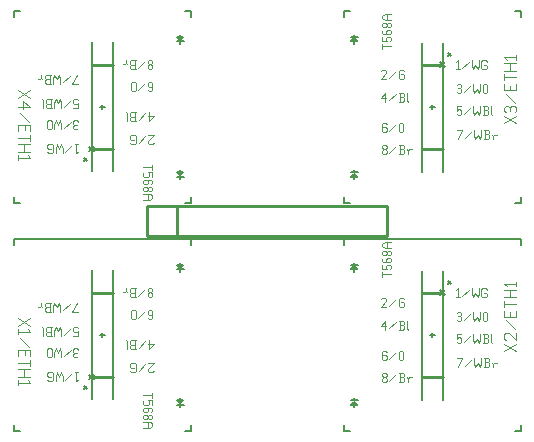
<source format=gbr>
G04 start of page 8 for group -4079 idx -4079 *
G04 Title: (unknown), topsilk *
G04 Creator: pcb 4.2.0 *
G04 CreationDate: Sat Jun 20 18:17:49 2020 UTC *
G04 For: commonadmin *
G04 Format: Gerber/RS-274X *
G04 PCB-Dimensions (mil): 2000.00 2000.00 *
G04 PCB-Coordinate-Origin: lower left *
%MOIN*%
%FSLAX25Y25*%
%LNTOPSILK*%
%ADD55C,0.0040*%
%ADD54C,0.0100*%
%ADD53C,0.0030*%
%ADD52C,0.0060*%
G54D52*X147742Y175227D02*X149317Y176802D01*
Y175227D02*X147742Y176802D01*
X5500Y118000D02*X174500D01*
X32258Y72742D02*X30683Y71167D01*
Y72742D02*X32258Y71167D01*
Y148742D02*X30683Y147167D01*
Y148742D02*X32258Y147167D01*
X147742Y99227D02*X149317Y100802D01*
Y99227D02*X147742Y100802D01*
G54D53*X51626Y142580D02*Y141080D01*
X48626Y141830D02*X51626D01*
Y140180D02*Y138680D01*
X50126Y140180D02*X51626D01*
X50126D02*X50501Y139805D01*
Y139055D01*
X50126Y138680D01*
X49001D02*X50126D01*
X48626Y139055D02*X49001Y138680D01*
X48626Y139805D02*Y139055D01*
X49001Y140180D02*X48626Y139805D01*
X51626Y136655D02*X51251Y136280D01*
X51626Y137405D02*Y136655D01*
X51251Y137780D02*X51626Y137405D01*
X49001Y137780D02*X51251D01*
X49001D02*X48626Y137405D01*
X50276Y136655D02*X49901Y136280D01*
X50276Y137780D02*Y136655D01*
X48626Y137405D02*Y136655D01*
X49001Y136280D01*
X49901D01*
X49001Y135380D02*X48626Y135005D01*
X49001Y135380D02*X49601D01*
X50126Y134855D01*
Y134405D01*
X49601Y133880D01*
X49001D02*X49601D01*
X48626Y134255D02*X49001Y133880D01*
X48626Y135005D02*Y134255D01*
X50651Y135380D02*X50126Y134855D01*
X50651Y135380D02*X51251D01*
X51626Y135005D01*
Y134255D01*
X51251Y133880D01*
X50651D02*X51251D01*
X50126Y134405D02*X50651Y133880D01*
X48626Y132980D02*X50876D01*
X51626Y132455D01*
Y131630D01*
X50876Y131105D01*
X48626D02*X50876D01*
X50126Y132980D02*Y131105D01*
X52120Y149945D02*X51745Y149570D01*
X50620D02*X51745D01*
X50620D02*X50245Y149945D01*
Y150695D02*Y149945D01*
X52120Y152570D02*X50245Y150695D01*
Y152570D02*X52120D01*
X49345Y152195D02*X47095Y149945D01*
X44695Y149570D02*X44320Y149945D01*
X44695Y149570D02*X45820D01*
X46195Y149945D02*X45820Y149570D01*
X46195Y152195D02*Y149945D01*
Y152195D02*X45820Y152570D01*
X44695D02*X45820D01*
X44695D02*X44320Y152195D01*
Y151445D01*
X44695Y151070D02*X44320Y151445D01*
X44695Y151070D02*X45445D01*
X52120Y159103D02*X50620Y157228D01*
X50245Y159103D02*X52120D01*
X50620Y160228D02*Y157228D01*
X49345Y159853D02*X47095Y157603D01*
X44695Y160228D02*X46195D01*
X44695D02*X44320Y159853D01*
Y158953D01*
X44695Y158578D02*X44320Y158953D01*
X44695Y158578D02*X45820D01*
Y160228D02*Y157228D01*
X44695D02*X46195D01*
X44695D02*X44320Y157603D01*
Y158203D02*Y157603D01*
X44695Y158578D02*X44320Y158203D01*
X43420Y159853D02*Y157228D01*
Y159853D02*X43045Y160228D01*
X50602Y167385D02*X50227Y167760D01*
X50602Y167385D02*X51352D01*
X51727Y167760D02*X51352Y167385D01*
X51727Y170010D02*Y167760D01*
Y170010D02*X51352Y170385D01*
X50602Y168735D02*X50227Y169110D01*
X50602Y168735D02*X51727D01*
X50602Y170385D02*X51352D01*
X50602D02*X50227Y170010D01*
Y169110D01*
X49327Y170010D02*X47077Y167760D01*
X46177Y170010D02*Y167760D01*
X45802Y167385D01*
X45052D02*X45802D01*
X45052D02*X44677Y167760D01*
Y170010D02*Y167760D01*
X45052Y170385D02*X44677Y170010D01*
X45052Y170385D02*X45802D01*
X46177Y170010D02*X45802Y170385D01*
X51727Y177274D02*X51352Y177649D01*
X51727Y177274D02*Y176674D01*
X51202Y176149D01*
X50752D02*X51202D01*
X50752D02*X50227Y176674D01*
Y177274D02*Y176674D01*
X50602Y177649D02*X50227Y177274D01*
X50602Y177649D02*X51352D01*
X51727Y175624D02*X51202Y176149D01*
X51727Y175624D02*Y175024D01*
X51352Y174649D01*
X50602D02*X51352D01*
X50602D02*X50227Y175024D01*
Y175624D02*Y175024D01*
X50752Y176149D02*X50227Y175624D01*
X49327Y177274D02*X47077Y175024D01*
X44677Y177649D02*X46177D01*
X44677D02*X44302Y177274D01*
Y176374D01*
X44677Y175999D02*X44302Y176374D01*
X44677Y175999D02*X45802D01*
Y177649D02*Y174649D01*
X44677D02*X46177D01*
X44677D02*X44302Y175024D01*
Y175624D02*Y175024D01*
X44677Y175999D02*X44302Y175624D01*
X43027Y177649D02*Y176524D01*
X42652Y176149D01*
X41902D02*X42652D01*
X43402D02*X43027Y176524D01*
X26943Y71100D02*X26343Y70500D01*
Y73500D02*Y70500D01*
X25818Y73500D02*X26943D01*
X24918Y73125D02*X22668Y70875D01*
X21768Y72000D02*Y70500D01*
Y72000D02*X21393Y73500D01*
X20643Y72000D01*
X19893Y73500D01*
X19518Y72000D01*
Y70500D01*
X17118D02*X16743Y70875D01*
X17118Y70500D02*X18243D01*
X18618Y70875D02*X18243Y70500D01*
X18618Y73125D02*Y70875D01*
Y73125D02*X18243Y73500D01*
X17118D02*X18243D01*
X17118D02*X16743Y73125D01*
Y72375D01*
X17118Y72000D02*X16743Y72375D01*
X17118Y72000D02*X17868D01*
X26884Y78827D02*X26509Y78452D01*
X25759D02*X26509D01*
X25759D02*X25384Y78827D01*
X25759Y81452D02*X25384Y81077D01*
X25759Y81452D02*X26509D01*
X26884Y81077D02*X26509Y81452D01*
X25759Y79802D02*X26509D01*
X25384Y79427D02*Y78827D01*
Y81077D02*Y80177D01*
X25759Y79802D01*
X25384Y79427D02*X25759Y79802D01*
X24484Y81077D02*X22234Y78827D01*
X21334Y79952D02*Y78452D01*
Y79952D02*X20959Y81452D01*
X20209Y79952D01*
X19459Y81452D01*
X19084Y79952D01*
Y78452D01*
X18184Y81077D02*Y78827D01*
X17809Y78452D01*
X17059D02*X17809D01*
X17059D02*X16684Y78827D01*
Y81077D02*Y78827D01*
X17059Y81452D02*X16684Y81077D01*
X17059Y81452D02*X17809D01*
X18184Y81077D02*X17809Y81452D01*
X25384Y85716D02*X26884D01*
Y87216D02*Y85716D01*
Y87216D02*X26509Y86841D01*
X25759D02*X26509D01*
X25759D02*X25384Y87216D01*
Y88341D02*Y87216D01*
X25759Y88716D02*X25384Y88341D01*
X25759Y88716D02*X26509D01*
X26884Y88341D02*X26509Y88716D01*
X24484Y88341D02*X22234Y86091D01*
X21334Y87216D02*Y85716D01*
Y87216D02*X20959Y88716D01*
X20209Y87216D01*
X19459Y88716D01*
X19084Y87216D01*
Y85716D01*
X16684Y88716D02*X18184D01*
X16684D02*X16309Y88341D01*
Y87441D01*
X16684Y87066D02*X16309Y87441D01*
X16684Y87066D02*X17809D01*
Y88716D02*Y85716D01*
X16684D02*X18184D01*
X16684D02*X16309Y86091D01*
Y86691D02*Y86091D01*
X16684Y87066D02*X16309Y86691D01*
X15409Y88341D02*Y85716D01*
Y88341D02*X15034Y88716D01*
X51626Y66580D02*Y65080D01*
X48626Y65830D02*X51626D01*
Y64180D02*Y62680D01*
X50126Y64180D02*X51626D01*
X50126D02*X50501Y63805D01*
Y63055D01*
X50126Y62680D01*
X49001D02*X50126D01*
X48626Y63055D02*X49001Y62680D01*
X48626Y63805D02*Y63055D01*
X49001Y64180D02*X48626Y63805D01*
X51626Y60655D02*X51251Y60280D01*
X51626Y61405D02*Y60655D01*
X51251Y61780D02*X51626Y61405D01*
X49001Y61780D02*X51251D01*
X49001D02*X48626Y61405D01*
X50276Y60655D02*X49901Y60280D01*
X50276Y61780D02*Y60655D01*
X48626Y61405D02*Y60655D01*
X49001Y60280D01*
X49901D01*
X49001Y59380D02*X48626Y59005D01*
X49001Y59380D02*X49601D01*
X50126Y58855D01*
Y58405D01*
X49601Y57880D01*
X49001D02*X49601D01*
X48626Y58255D02*X49001Y57880D01*
X48626Y59005D02*Y58255D01*
X50651Y59380D02*X50126Y58855D01*
X50651Y59380D02*X51251D01*
X51626Y59005D01*
Y58255D01*
X51251Y57880D01*
X50651D02*X51251D01*
X50126Y58405D02*X50651Y57880D01*
X48626Y56980D02*X50876D01*
X51626Y56455D01*
Y55630D01*
X50876Y55105D01*
X48626D02*X50876D01*
X50126Y56980D02*Y55105D01*
X52120Y73945D02*X51745Y73570D01*
X50620D02*X51745D01*
X50620D02*X50245Y73945D01*
Y74695D02*Y73945D01*
X52120Y76570D02*X50245Y74695D01*
Y76570D02*X52120D01*
X49345Y76195D02*X47095Y73945D01*
X44695Y73570D02*X44320Y73945D01*
X44695Y73570D02*X45820D01*
X46195Y73945D02*X45820Y73570D01*
X46195Y76195D02*Y73945D01*
Y76195D02*X45820Y76570D01*
X44695D02*X45820D01*
X44695D02*X44320Y76195D01*
Y75445D01*
X44695Y75070D02*X44320Y75445D01*
X44695Y75070D02*X45445D01*
X52120Y83103D02*X50620Y81228D01*
X50245Y83103D02*X52120D01*
X50620Y84228D02*Y81228D01*
X49345Y83853D02*X47095Y81603D01*
X44695Y84228D02*X46195D01*
X44695D02*X44320Y83853D01*
Y82953D01*
X44695Y82578D02*X44320Y82953D01*
X44695Y82578D02*X45820D01*
Y84228D02*Y81228D01*
X44695D02*X46195D01*
X44695D02*X44320Y81603D01*
Y82203D02*Y81603D01*
X44695Y82578D02*X44320Y82203D01*
X43420Y83853D02*Y81228D01*
Y83853D02*X43045Y84228D01*
X50602Y91385D02*X50227Y91760D01*
X50602Y91385D02*X51352D01*
X51727Y91760D02*X51352Y91385D01*
X51727Y94010D02*Y91760D01*
Y94010D02*X51352Y94385D01*
X50602Y92735D02*X50227Y93110D01*
X50602Y92735D02*X51727D01*
X50602Y94385D02*X51352D01*
X50602D02*X50227Y94010D01*
Y93110D01*
X49327Y94010D02*X47077Y91760D01*
X46177Y94010D02*Y91760D01*
X45802Y91385D01*
X45052D02*X45802D01*
X45052D02*X44677Y91760D01*
Y94010D02*Y91760D01*
X45052Y94385D02*X44677Y94010D01*
X45052Y94385D02*X45802D01*
X46177Y94010D02*X45802Y94385D01*
X26509Y96767D02*X25009Y93767D01*
X26884D01*
X24109Y96392D02*X21859Y94142D01*
X20959Y95267D02*Y93767D01*
Y95267D02*X20584Y96767D01*
X19834Y95267D01*
X19084Y96767D01*
X18709Y95267D01*
Y93767D01*
X16309Y96767D02*X17809D01*
X16309D02*X15934Y96392D01*
Y95492D01*
X16309Y95117D02*X15934Y95492D01*
X16309Y95117D02*X17434D01*
Y96767D02*Y93767D01*
X16309D02*X17809D01*
X16309D02*X15934Y94142D01*
Y94742D02*Y94142D01*
X16309Y95117D02*X15934Y94742D01*
X14659Y96767D02*Y95642D01*
X14284Y95267D01*
X13534D02*X14284D01*
X15034D02*X14659Y95642D01*
X51727Y101274D02*X51352Y101649D01*
X51727Y101274D02*Y100674D01*
X51202Y100149D01*
X50752D02*X51202D01*
X50752D02*X50227Y100674D01*
Y101274D02*Y100674D01*
X50602Y101649D02*X50227Y101274D01*
X50602Y101649D02*X51352D01*
X51727Y99624D02*X51202Y100149D01*
X51727Y99624D02*Y99024D01*
X51352Y98649D01*
X50602D02*X51352D01*
X50602D02*X50227Y99024D01*
Y99624D02*Y99024D01*
X50752Y100149D02*X50227Y99624D01*
X49327Y101274D02*X47077Y99024D01*
X44677Y101649D02*X46177D01*
X44677D02*X44302Y101274D01*
Y100374D01*
X44677Y99999D02*X44302Y100374D01*
X44677Y99999D02*X45802D01*
Y101649D02*Y98649D01*
X44677D02*X46177D01*
X44677D02*X44302Y99024D01*
Y99624D02*Y99024D01*
X44677Y99999D02*X44302Y99624D01*
X43027Y101649D02*Y100524D01*
X42652Y100149D01*
X41902D02*X42652D01*
X43402D02*X43027Y100524D01*
X26943Y147100D02*X26343Y146500D01*
Y149500D02*Y146500D01*
X25818Y149500D02*X26943D01*
X24918Y149125D02*X22668Y146875D01*
X21768Y148000D02*Y146500D01*
Y148000D02*X21393Y149500D01*
X20643Y148000D01*
X19893Y149500D01*
X19518Y148000D01*
Y146500D01*
X17118D02*X16743Y146875D01*
X17118Y146500D02*X18243D01*
X18618Y146875D02*X18243Y146500D01*
X18618Y149125D02*Y146875D01*
Y149125D02*X18243Y149500D01*
X17118D02*X18243D01*
X17118D02*X16743Y149125D01*
Y148375D01*
X17118Y148000D02*X16743Y148375D01*
X17118Y148000D02*X17868D01*
X26884Y154827D02*X26509Y154452D01*
X25759D02*X26509D01*
X25759D02*X25384Y154827D01*
X25759Y157452D02*X25384Y157077D01*
X25759Y157452D02*X26509D01*
X26884Y157077D02*X26509Y157452D01*
X25759Y155802D02*X26509D01*
X25384Y155427D02*Y154827D01*
Y157077D02*Y156177D01*
X25759Y155802D01*
X25384Y155427D02*X25759Y155802D01*
X24484Y157077D02*X22234Y154827D01*
X21334Y155952D02*Y154452D01*
Y155952D02*X20959Y157452D01*
X20209Y155952D01*
X19459Y157452D01*
X19084Y155952D01*
Y154452D01*
X18184Y157077D02*Y154827D01*
X17809Y154452D01*
X17059D02*X17809D01*
X17059D02*X16684Y154827D01*
Y157077D02*Y154827D01*
X17059Y157452D02*X16684Y157077D01*
X17059Y157452D02*X17809D01*
X18184Y157077D02*X17809Y157452D01*
X25384Y161716D02*X26884D01*
Y163216D02*Y161716D01*
Y163216D02*X26509Y162841D01*
X25759D02*X26509D01*
X25759D02*X25384Y163216D01*
Y164341D02*Y163216D01*
X25759Y164716D02*X25384Y164341D01*
X25759Y164716D02*X26509D01*
X26884Y164341D02*X26509Y164716D01*
X24484Y164341D02*X22234Y162091D01*
X21334Y163216D02*Y161716D01*
Y163216D02*X20959Y164716D01*
X20209Y163216D01*
X19459Y164716D01*
X19084Y163216D01*
Y161716D01*
X16684Y164716D02*X18184D01*
X16684D02*X16309Y164341D01*
Y163441D01*
X16684Y163066D02*X16309Y163441D01*
X16684Y163066D02*X17809D01*
Y164716D02*Y161716D01*
X16684D02*X18184D01*
X16684D02*X16309Y162091D01*
Y162691D02*Y162091D01*
X16684Y163066D02*X16309Y162691D01*
X15409Y164341D02*Y161716D01*
Y164341D02*X15034Y164716D01*
X26509Y172767D02*X25009Y169767D01*
X26884D01*
X24109Y172392D02*X21859Y170142D01*
X20959Y171267D02*Y169767D01*
Y171267D02*X20584Y172767D01*
X19834Y171267D01*
X19084Y172767D01*
X18709Y171267D01*
Y169767D01*
X16309Y172767D02*X17809D01*
X16309D02*X15934Y172392D01*
Y171492D01*
X16309Y171117D02*X15934Y171492D01*
X16309Y171117D02*X17434D01*
Y172767D02*Y169767D01*
X16309D02*X17809D01*
X16309D02*X15934Y170142D01*
Y170742D02*Y170142D01*
X16309Y171117D02*X15934Y170742D01*
X14659Y172767D02*Y171642D01*
X14284Y171267D01*
X13534D02*X14284D01*
X15034D02*X14659Y171642D01*
X128374Y182888D02*Y181388D01*
Y182138D02*X131374D01*
X128374Y185288D02*Y183788D01*
X129874D01*
X129499Y184163D01*
Y184913D02*Y184163D01*
Y184913D02*X129874Y185288D01*
X130999D01*
X131374Y184913D02*X130999Y185288D01*
X131374Y184913D02*Y184163D01*
X130999Y183788D02*X131374Y184163D01*
X128374Y187313D02*X128749Y187688D01*
X128374Y187313D02*Y186563D01*
X128749Y186188D02*X128374Y186563D01*
X128749Y186188D02*X130999D01*
X131374Y186563D01*
X129724Y187313D02*X130099Y187688D01*
X129724Y187313D02*Y186188D01*
X131374Y187313D02*Y186563D01*
Y187313D02*X130999Y187688D01*
X130099D02*X130999D01*
Y188588D02*X131374Y188963D01*
X130399Y188588D02*X130999D01*
X130399D02*X129874Y189113D01*
Y189563D02*Y189113D01*
Y189563D02*X130399Y190088D01*
X130999D01*
X131374Y189713D02*X130999Y190088D01*
X131374Y189713D02*Y188963D01*
X129349Y188588D02*X129874Y189113D01*
X128749Y188588D02*X129349D01*
X128749D02*X128374Y188963D01*
Y189713D02*Y188963D01*
Y189713D02*X128749Y190088D01*
X129349D01*
X129874Y189563D02*X129349Y190088D01*
X129124Y190988D02*X131374D01*
X129124D02*X128374Y191513D01*
Y192338D02*Y191513D01*
Y192338D02*X129124Y192863D01*
X131374D01*
X129874D02*Y190988D01*
X153057Y176869D02*X153657Y177469D01*
Y174469D01*
X153057D02*X154182D01*
X155082Y174844D02*X157332Y177094D01*
X158232Y177469D02*Y175969D01*
X158607Y174469D01*
X159357Y175969D01*
X160107Y174469D01*
X160482Y175969D01*
Y177469D02*Y175969D01*
X162882Y177469D02*X163257Y177094D01*
X161757Y177469D02*X162882D01*
X161382Y177094D02*X161757Y177469D01*
X161382Y177094D02*Y174844D01*
X161757Y174469D01*
X162882D01*
X163257Y174844D01*
Y175594D02*Y174844D01*
X162882Y175969D02*X163257Y175594D01*
X162132Y175969D02*X162882D01*
X127880Y174023D02*X128255Y174398D01*
X129380D01*
X129755Y174023D01*
Y173273D01*
X127880Y171398D02*X129755Y173273D01*
X127880Y171398D02*X129755D01*
X130655Y171773D02*X132905Y174023D01*
X135305Y174398D02*X135680Y174023D01*
X134180Y174398D02*X135305D01*
X133805Y174023D02*X134180Y174398D01*
X133805Y174023D02*Y171773D01*
X134180Y171398D01*
X135305D01*
X135680Y171773D01*
Y172523D02*Y171773D01*
X135305Y172898D02*X135680Y172523D01*
X134555Y172898D02*X135305D01*
X153116Y169141D02*X153491Y169516D01*
X154241D01*
X154616Y169141D01*
X154241Y166516D02*X154616Y166891D01*
X153491Y166516D02*X154241D01*
X153116Y166891D02*X153491Y166516D01*
Y168166D02*X154241D01*
X154616Y169141D02*Y168541D01*
Y167791D02*Y166891D01*
Y167791D02*X154241Y168166D01*
X154616Y168541D02*X154241Y168166D01*
X155516Y166891D02*X157766Y169141D01*
X158666Y169516D02*Y168016D01*
X159041Y166516D01*
X159791Y168016D01*
X160541Y166516D01*
X160916Y168016D01*
Y169516D02*Y168016D01*
X161816Y169141D02*Y166891D01*
Y169141D02*X162191Y169516D01*
X162941D01*
X163316Y169141D01*
Y166891D01*
X162941Y166516D02*X163316Y166891D01*
X162191Y166516D02*X162941D01*
X161816Y166891D02*X162191Y166516D01*
X127880Y164866D02*X129380Y166741D01*
X127880Y164866D02*X129755D01*
X129380Y166741D02*Y163741D01*
X130655Y164116D02*X132905Y166366D01*
X133805Y163741D02*X135305D01*
X135680Y164116D01*
Y165016D02*Y164116D01*
X135305Y165391D02*X135680Y165016D01*
X134180Y165391D02*X135305D01*
X134180Y166741D02*Y163741D01*
X133805Y166741D02*X135305D01*
X135680Y166366D01*
Y165766D01*
X135305Y165391D02*X135680Y165766D01*
X136580Y166741D02*Y164116D01*
X136955Y163741D01*
X129398Y156583D02*X129773Y156208D01*
X128648Y156583D02*X129398D01*
X128273Y156208D02*X128648Y156583D01*
X128273Y156208D02*Y153958D01*
X128648Y153583D01*
X129398Y155233D02*X129773Y154858D01*
X128273Y155233D02*X129398D01*
X128648Y153583D02*X129398D01*
X129773Y153958D01*
Y154858D02*Y153958D01*
X130673D02*X132923Y156208D01*
X133823D02*Y153958D01*
Y156208D02*X134198Y156583D01*
X134948D01*
X135323Y156208D01*
Y153958D01*
X134948Y153583D02*X135323Y153958D01*
X134198Y153583D02*X134948D01*
X133823Y153958D02*X134198Y153583D01*
X128273Y146694D02*X128648Y146319D01*
X128273Y147294D02*Y146694D01*
Y147294D02*X128798Y147819D01*
X129248D01*
X129773Y147294D01*
Y146694D01*
X129398Y146319D02*X129773Y146694D01*
X128648Y146319D02*X129398D01*
X128273Y148344D02*X128798Y147819D01*
X128273Y148944D02*Y148344D01*
Y148944D02*X128648Y149319D01*
X129398D01*
X129773Y148944D01*
Y148344D01*
X129248Y147819D02*X129773Y148344D01*
X130673Y146694D02*X132923Y148944D01*
X133823Y146319D02*X135323D01*
X135698Y146694D01*
Y147594D02*Y146694D01*
X135323Y147969D02*X135698Y147594D01*
X134198Y147969D02*X135323D01*
X134198Y149319D02*Y146319D01*
X133823Y149319D02*X135323D01*
X135698Y148944D01*
Y148344D01*
X135323Y147969D02*X135698Y148344D01*
X136973Y147444D02*Y146319D01*
Y147444D02*X137348Y147819D01*
X138098D01*
X136598D02*X136973Y147444D01*
X153116Y162252D02*X154616D01*
X153116D02*Y160752D01*
X153491Y161127D01*
X154241D01*
X154616Y160752D01*
Y159627D01*
X154241Y159252D02*X154616Y159627D01*
X153491Y159252D02*X154241D01*
X153116Y159627D02*X153491Y159252D01*
X155516Y159627D02*X157766Y161877D01*
X158666Y162252D02*Y160752D01*
X159041Y159252D01*
X159791Y160752D01*
X160541Y159252D01*
X160916Y160752D01*
Y162252D02*Y160752D01*
X161816Y159252D02*X163316D01*
X163691Y159627D01*
Y160527D02*Y159627D01*
X163316Y160902D02*X163691Y160527D01*
X162191Y160902D02*X163316D01*
X162191Y162252D02*Y159252D01*
X161816Y162252D02*X163316D01*
X163691Y161877D01*
Y161277D01*
X163316Y160902D02*X163691Y161277D01*
X164591Y162252D02*Y159627D01*
X164966Y159252D01*
X153491Y151201D02*X154991Y154201D01*
X153116D02*X154991D01*
X155891Y151576D02*X158141Y153826D01*
X159041Y154201D02*Y152701D01*
X159416Y151201D01*
X160166Y152701D01*
X160916Y151201D01*
X161291Y152701D01*
Y154201D02*Y152701D01*
X162191Y151201D02*X163691D01*
X164066Y151576D01*
Y152476D02*Y151576D01*
X163691Y152851D02*X164066Y152476D01*
X162566Y152851D02*X163691D01*
X162566Y154201D02*Y151201D01*
X162191Y154201D02*X163691D01*
X164066Y153826D01*
Y153226D01*
X163691Y152851D02*X164066Y153226D01*
X165341Y152326D02*Y151201D01*
Y152326D02*X165716Y152701D01*
X166466D01*
X164966D02*X165341Y152326D01*
X153057Y100869D02*X153657Y101469D01*
Y98469D01*
X153057D02*X154182D01*
X155082Y98844D02*X157332Y101094D01*
X158232Y101469D02*Y99969D01*
X158607Y98469D01*
X159357Y99969D01*
X160107Y98469D01*
X160482Y99969D01*
Y101469D02*Y99969D01*
X162882Y101469D02*X163257Y101094D01*
X161757Y101469D02*X162882D01*
X161382Y101094D02*X161757Y101469D01*
X161382Y101094D02*Y98844D01*
X161757Y98469D01*
X162882D01*
X163257Y98844D01*
Y99594D02*Y98844D01*
X162882Y99969D02*X163257Y99594D01*
X162132Y99969D02*X162882D01*
X153116Y93141D02*X153491Y93516D01*
X154241D01*
X154616Y93141D01*
X154241Y90516D02*X154616Y90891D01*
X153491Y90516D02*X154241D01*
X153116Y90891D02*X153491Y90516D01*
Y92166D02*X154241D01*
X154616Y93141D02*Y92541D01*
Y91791D02*Y90891D01*
Y91791D02*X154241Y92166D01*
X154616Y92541D02*X154241Y92166D01*
X155516Y90891D02*X157766Y93141D01*
X158666Y93516D02*Y92016D01*
X159041Y90516D01*
X159791Y92016D01*
X160541Y90516D01*
X160916Y92016D01*
Y93516D02*Y92016D01*
X161816Y93141D02*Y90891D01*
Y93141D02*X162191Y93516D01*
X162941D01*
X163316Y93141D01*
Y90891D01*
X162941Y90516D02*X163316Y90891D01*
X162191Y90516D02*X162941D01*
X161816Y90891D02*X162191Y90516D01*
X153116Y86252D02*X154616D01*
X153116D02*Y84752D01*
X153491Y85127D01*
X154241D01*
X154616Y84752D01*
Y83627D01*
X154241Y83252D02*X154616Y83627D01*
X153491Y83252D02*X154241D01*
X153116Y83627D02*X153491Y83252D01*
X155516Y83627D02*X157766Y85877D01*
X158666Y86252D02*Y84752D01*
X159041Y83252D01*
X159791Y84752D01*
X160541Y83252D01*
X160916Y84752D01*
Y86252D02*Y84752D01*
X161816Y83252D02*X163316D01*
X163691Y83627D01*
Y84527D02*Y83627D01*
X163316Y84902D02*X163691Y84527D01*
X162191Y84902D02*X163316D01*
X162191Y86252D02*Y83252D01*
X161816Y86252D02*X163316D01*
X163691Y85877D01*
Y85277D01*
X163316Y84902D02*X163691Y85277D01*
X164591Y86252D02*Y83627D01*
X164966Y83252D01*
X153491Y75201D02*X154991Y78201D01*
X153116D02*X154991D01*
X155891Y75576D02*X158141Y77826D01*
X159041Y78201D02*Y76701D01*
X159416Y75201D01*
X160166Y76701D01*
X160916Y75201D01*
X161291Y76701D01*
Y78201D02*Y76701D01*
X162191Y75201D02*X163691D01*
X164066Y75576D01*
Y76476D02*Y75576D01*
X163691Y76851D02*X164066Y76476D01*
X162566Y76851D02*X163691D01*
X162566Y78201D02*Y75201D01*
X162191Y78201D02*X163691D01*
X164066Y77826D01*
Y77226D01*
X163691Y76851D02*X164066Y77226D01*
X165341Y76326D02*Y75201D01*
Y76326D02*X165716Y76701D01*
X166466D01*
X164966D02*X165341Y76326D01*
X128374Y106888D02*Y105388D01*
Y106138D02*X131374D01*
X128374Y109288D02*Y107788D01*
X129874D01*
X129499Y108163D01*
Y108913D02*Y108163D01*
Y108913D02*X129874Y109288D01*
X130999D01*
X131374Y108913D02*X130999Y109288D01*
X131374Y108913D02*Y108163D01*
X130999Y107788D02*X131374Y108163D01*
X128374Y111313D02*X128749Y111688D01*
X128374Y111313D02*Y110563D01*
X128749Y110188D02*X128374Y110563D01*
X128749Y110188D02*X130999D01*
X131374Y110563D01*
X129724Y111313D02*X130099Y111688D01*
X129724Y111313D02*Y110188D01*
X131374Y111313D02*Y110563D01*
Y111313D02*X130999Y111688D01*
X130099D02*X130999D01*
Y112588D02*X131374Y112963D01*
X130399Y112588D02*X130999D01*
X130399D02*X129874Y113113D01*
Y113563D02*Y113113D01*
Y113563D02*X130399Y114088D01*
X130999D01*
X131374Y113713D02*X130999Y114088D01*
X131374Y113713D02*Y112963D01*
X129349Y112588D02*X129874Y113113D01*
X128749Y112588D02*X129349D01*
X128749D02*X128374Y112963D01*
Y113713D02*Y112963D01*
Y113713D02*X128749Y114088D01*
X129349D01*
X129874Y113563D02*X129349Y114088D01*
X129124Y114988D02*X131374D01*
X129124D02*X128374Y115513D01*
Y116338D02*Y115513D01*
Y116338D02*X129124Y116863D01*
X131374D01*
X129874D02*Y114988D01*
X127880Y98023D02*X128255Y98398D01*
X129380D01*
X129755Y98023D01*
Y97273D01*
X127880Y95398D02*X129755Y97273D01*
X127880Y95398D02*X129755D01*
X130655Y95773D02*X132905Y98023D01*
X135305Y98398D02*X135680Y98023D01*
X134180Y98398D02*X135305D01*
X133805Y98023D02*X134180Y98398D01*
X133805Y98023D02*Y95773D01*
X134180Y95398D01*
X135305D01*
X135680Y95773D01*
Y96523D02*Y95773D01*
X135305Y96898D02*X135680Y96523D01*
X134555Y96898D02*X135305D01*
X127880Y88866D02*X129380Y90741D01*
X127880Y88866D02*X129755D01*
X129380Y90741D02*Y87741D01*
X130655Y88116D02*X132905Y90366D01*
X133805Y87741D02*X135305D01*
X135680Y88116D01*
Y89016D02*Y88116D01*
X135305Y89391D02*X135680Y89016D01*
X134180Y89391D02*X135305D01*
X134180Y90741D02*Y87741D01*
X133805Y90741D02*X135305D01*
X135680Y90366D01*
Y89766D01*
X135305Y89391D02*X135680Y89766D01*
X136580Y90741D02*Y88116D01*
X136955Y87741D01*
X129398Y80583D02*X129773Y80208D01*
X128648Y80583D02*X129398D01*
X128273Y80208D02*X128648Y80583D01*
X128273Y80208D02*Y77958D01*
X128648Y77583D01*
X129398Y79233D02*X129773Y78858D01*
X128273Y79233D02*X129398D01*
X128648Y77583D02*X129398D01*
X129773Y77958D01*
Y78858D02*Y77958D01*
X130673D02*X132923Y80208D01*
X133823D02*Y77958D01*
Y80208D02*X134198Y80583D01*
X134948D01*
X135323Y80208D01*
Y77958D01*
X134948Y77583D02*X135323Y77958D01*
X134198Y77583D02*X134948D01*
X133823Y77958D02*X134198Y77583D01*
X128273Y70694D02*X128648Y70319D01*
X128273Y71294D02*Y70694D01*
Y71294D02*X128798Y71819D01*
X129248D01*
X129773Y71294D01*
Y70694D01*
X129398Y70319D02*X129773Y70694D01*
X128648Y70319D02*X129398D01*
X128273Y72344D02*X128798Y71819D01*
X128273Y72944D02*Y72344D01*
Y72944D02*X128648Y73319D01*
X129398D01*
X129773Y72944D01*
Y72344D01*
X129248Y71819D02*X129773Y72344D01*
X130673Y70694D02*X132923Y72944D01*
X133823Y70319D02*X135323D01*
X135698Y70694D01*
Y71594D02*Y70694D01*
X135323Y71969D02*X135698Y71594D01*
X134198Y71969D02*X135323D01*
X134198Y73319D02*Y70319D01*
X133823Y73319D02*X135323D01*
X135698Y72944D01*
Y72344D01*
X135323Y71969D02*X135698Y72344D01*
X136973Y71444D02*Y70319D01*
Y71444D02*X137348Y71819D01*
X138098D01*
X136598D02*X136973Y71444D01*
G54D52*X28898Y68858D02*X29882Y67874D01*
Y68858D02*X28898Y67874D01*
X60984Y110000D02*Y109213D01*
Y107835D02*Y107047D01*
X59803Y107835D02*X62165D01*
X60000Y109213D02*X61969D01*
X60984Y108228D02*X60000Y109213D01*
X61969D02*X60984Y108228D01*
Y64921D02*Y64134D01*
Y62756D02*Y61969D01*
X59803Y62756D02*X62165D01*
X60000Y64134D02*X61969D01*
X60984Y63150D02*X60000Y64134D01*
X61969D02*X60984Y63150D01*
X64528Y56063D02*Y54094D01*
X62559D02*X64528D01*
Y117874D02*Y115906D01*
X62559Y117874D02*X64528D01*
X5472Y56063D02*Y54094D01*
X7441D01*
X5472Y117874D02*Y115906D01*
Y117874D02*X7441D01*
X34213Y85984D02*X35787D01*
X35000Y86772D02*Y85197D01*
X38543Y107638D02*Y64528D01*
X31457Y107638D02*Y64528D01*
G54D54*Y99961D02*X38543D01*
X31457Y72008D02*X38543D01*
G54D52*X28898Y144858D02*X29882Y143874D01*
Y144858D02*X28898Y143874D01*
X60984Y186000D02*Y185213D01*
Y183835D02*Y183047D01*
X59803Y183835D02*X62165D01*
X60000Y185213D02*X61969D01*
X60984Y184228D02*X60000Y185213D01*
X61969D02*X60984Y184228D01*
Y140921D02*Y140134D01*
Y138756D02*Y137969D01*
X59803Y138756D02*X62165D01*
X60000Y140134D02*X61969D01*
X60984Y139150D02*X60000Y140134D01*
X61969D02*X60984Y139150D01*
X64528Y132063D02*Y130094D01*
X62559D02*X64528D01*
Y193874D02*Y191906D01*
X62559Y193874D02*X64528D01*
X5472Y132063D02*Y130094D01*
X7441D01*
X5472Y193874D02*Y191906D01*
Y193874D02*X7441D01*
X34213Y161984D02*X35787D01*
X35000Y162772D02*Y161197D01*
X38543Y183638D02*Y140528D01*
X31457Y183638D02*Y140528D01*
G54D54*Y175961D02*X38543D01*
X31457Y148008D02*X38543D01*
X50000Y119000D02*X130000D01*
Y129000D02*Y119000D01*
X50000Y129000D02*X130000D01*
X50000D02*Y119000D01*
X60000Y129000D02*Y119000D01*
X50000Y129000D02*X60000D01*
G54D52*X151102Y103110D02*X150118Y104094D01*
Y103110D02*X151102Y104094D01*
X119016Y62756D02*Y61969D01*
Y64921D02*Y64134D01*
X117835D02*X120197D01*
X118031Y62756D02*X120000D01*
X119016Y63740D02*X120000Y62756D01*
X118031D02*X119016Y63740D01*
Y107835D02*Y107047D01*
Y110000D02*Y109213D01*
X117835D02*X120197D01*
X118031Y107835D02*X120000D01*
X119016Y108819D02*X120000Y107835D01*
X118031D02*X119016Y108819D01*
X115472Y117874D02*Y115906D01*
Y117874D02*X117441D01*
X115472Y56063D02*Y54094D01*
X117441D01*
X174528Y117874D02*Y115906D01*
X172559Y117874D02*X174528D01*
Y56063D02*Y54094D01*
X172559D02*X174528D01*
X144213Y85984D02*X145787D01*
X145000Y86772D02*Y85197D01*
X141457Y107441D02*Y64331D01*
X148543Y107441D02*Y64331D01*
G54D54*X141457Y72008D02*X148543D01*
X141457Y99961D02*X148543D01*
G54D52*X151102Y179110D02*X150118Y180094D01*
Y179110D02*X151102Y180094D01*
X119016Y138756D02*Y137969D01*
Y140921D02*Y140134D01*
X117835D02*X120197D01*
X118031Y138756D02*X120000D01*
X119016Y139740D02*X120000Y138756D01*
X118031D02*X119016Y139740D01*
Y183835D02*Y183047D01*
Y186000D02*Y185213D01*
X117835D02*X120197D01*
X118031Y183835D02*X120000D01*
X119016Y184819D02*X120000Y183835D01*
X118031D02*X119016Y184819D01*
X115472Y193874D02*Y191906D01*
Y193874D02*X117441D01*
X115472Y132063D02*Y130094D01*
X117441D01*
X174528Y193874D02*Y191906D01*
X172559Y193874D02*X174528D01*
Y132063D02*Y130094D01*
X172559D02*X174528D01*
X144213Y161984D02*X145787D01*
X145000Y162772D02*Y161197D01*
X141457Y183441D02*Y140331D01*
X148543Y183441D02*Y140331D01*
G54D54*X141457Y148008D02*X148543D01*
X141457Y175961D02*X148543D01*
G54D55*X173000Y80484D02*X169000Y82984D01*
Y80484D02*X173000Y82984D01*
X169500Y84184D02*X169000Y84684D01*
Y86184D02*Y84684D01*
Y86184D02*X169500Y86684D01*
X170500D01*
X173000Y84184D02*X170500Y86684D01*
X173000D02*Y84184D01*
X172500Y87884D02*X169500Y90884D01*
X170800Y93584D02*Y92084D01*
X173000Y94084D02*Y92084D01*
X169000D02*X173000D01*
X169000Y94084D02*Y92084D01*
Y97284D02*Y95284D01*
Y96284D02*X173000D01*
X169000Y98484D02*X173000D01*
X169000Y100984D02*X173000D01*
X171000D02*Y98484D01*
X169800Y102184D02*X169000Y102984D01*
X173000D01*
Y103684D02*Y102184D01*
Y156484D02*X169000Y158984D01*
Y156484D02*X173000Y158984D01*
X169500Y160184D02*X169000Y160684D01*
Y161684D02*Y160684D01*
Y161684D02*X169500Y162184D01*
X173000Y161684D02*X172500Y162184D01*
X173000Y161684D02*Y160684D01*
X172500Y160184D02*X173000Y160684D01*
X170800Y161684D02*Y160684D01*
X169500Y162184D02*X170300D01*
X171300D02*X172500D01*
X171300D02*X170800Y161684D01*
X170300Y162184D02*X170800Y161684D01*
X172500Y163384D02*X169500Y166384D01*
X170800Y169084D02*Y167584D01*
X173000Y169584D02*Y167584D01*
X169000D02*X173000D01*
X169000Y169584D02*Y167584D01*
Y172784D02*Y170784D01*
Y171784D02*X173000D01*
X169000Y173984D02*X173000D01*
X169000Y176484D02*X173000D01*
X171000D02*Y173984D01*
X169800Y177684D02*X169000Y178484D01*
X173000D01*
Y179184D02*Y177684D01*
X7000Y91484D02*X11000Y88984D01*
Y91484D02*X7000Y88984D01*
X10200Y87784D02*X11000Y86984D01*
X7000D02*X11000D01*
X7000Y87784D02*Y86284D01*
X7500Y85084D02*X10500Y82084D01*
X9200Y80884D02*Y79384D01*
X7000Y80884D02*Y78884D01*
Y80884D02*X11000D01*
Y78884D01*
Y77684D02*Y75684D01*
X7000Y76684D02*X11000D01*
X7000Y74484D02*X11000D01*
X7000Y71984D02*X11000D01*
X9000Y74484D02*Y71984D01*
X10200Y70784D02*X11000Y69984D01*
X7000D02*X11000D01*
X7000Y70784D02*Y69284D01*
Y167484D02*X11000Y164984D01*
Y167484D02*X7000Y164984D01*
X8500Y163784D02*X11000Y161784D01*
X8500Y163784D02*Y161284D01*
X7000Y161784D02*X11000D01*
X7500Y160084D02*X10500Y157084D01*
X9200Y155884D02*Y154384D01*
X7000Y155884D02*Y153884D01*
Y155884D02*X11000D01*
Y153884D01*
Y152684D02*Y150684D01*
X7000Y151684D02*X11000D01*
X7000Y149484D02*X11000D01*
X7000Y146984D02*X11000D01*
X9000Y149484D02*Y146984D01*
X10200Y145784D02*X11000Y144984D01*
X7000D02*X11000D01*
X7000Y145784D02*Y144284D01*
M02*

</source>
